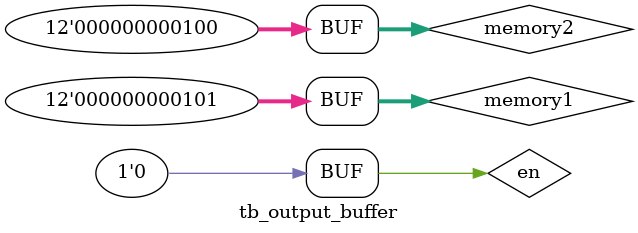
<source format=v>
`timescale 1ns/1ps
module tb_output_buffer();
  reg [11:0] memory1, memory2;
  reg en;
  wire [23:0] phase_out;

  initial begin
    $dumpfile("output_buffer_test.vcd");
    $dumpvars(0,tb_output_buffer);
    #0 en = 1'b0;
    memory1 = 12'd100;
    memory2 = 12'd200;
    #2 en = 1'b1;
    #3
    memory1 = 12'd5;
    memory2 = 12'd4;
    #5 en = 1'b0;
  end
  output_buffer ob1 (memory1, memory2, en, phase_out);
endmodule

</source>
